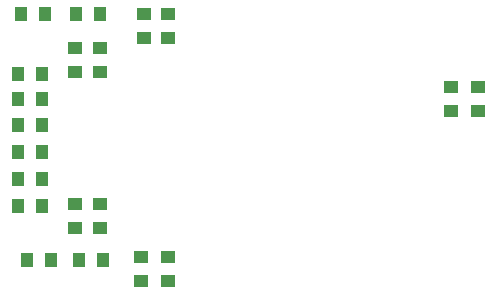
<source format=gbp>
G04*
G04 #@! TF.GenerationSoftware,Altium Limited,Altium Designer,25.5.2 (35)*
G04*
G04 Layer_Color=128*
%FSLAX44Y44*%
%MOMM*%
G71*
G04*
G04 #@! TF.SameCoordinates,747CCF99-A89D-410B-911D-7770042ED889*
G04*
G04*
G04 #@! TF.FilePolarity,Positive*
G04*
G01*
G75*
%ADD21R,1.2700X1.0160*%
%ADD22R,1.0160X1.2700*%
D21*
X471170Y561340D02*
D03*
Y541020D02*
D03*
Y408940D02*
D03*
Y429260D02*
D03*
X492760D02*
D03*
Y408940D02*
D03*
Y541020D02*
D03*
Y561340D02*
D03*
X529590Y590550D02*
D03*
Y570230D02*
D03*
X527050Y364490D02*
D03*
Y384810D02*
D03*
X549910D02*
D03*
Y364490D02*
D03*
X812800Y528320D02*
D03*
Y508000D02*
D03*
X789940Y528320D02*
D03*
Y508000D02*
D03*
X549910Y570230D02*
D03*
Y590550D02*
D03*
D22*
X430530Y382270D02*
D03*
X450850D02*
D03*
X474980D02*
D03*
X495300D02*
D03*
X422910Y473710D02*
D03*
X443230D02*
D03*
Y427990D02*
D03*
X422910D02*
D03*
Y450850D02*
D03*
X443230D02*
D03*
Y518160D02*
D03*
X422910D02*
D03*
Y496570D02*
D03*
X443230D02*
D03*
Y539750D02*
D03*
X422910D02*
D03*
X492760Y590550D02*
D03*
X472440D02*
D03*
X445770D02*
D03*
X425450D02*
D03*
M02*

</source>
